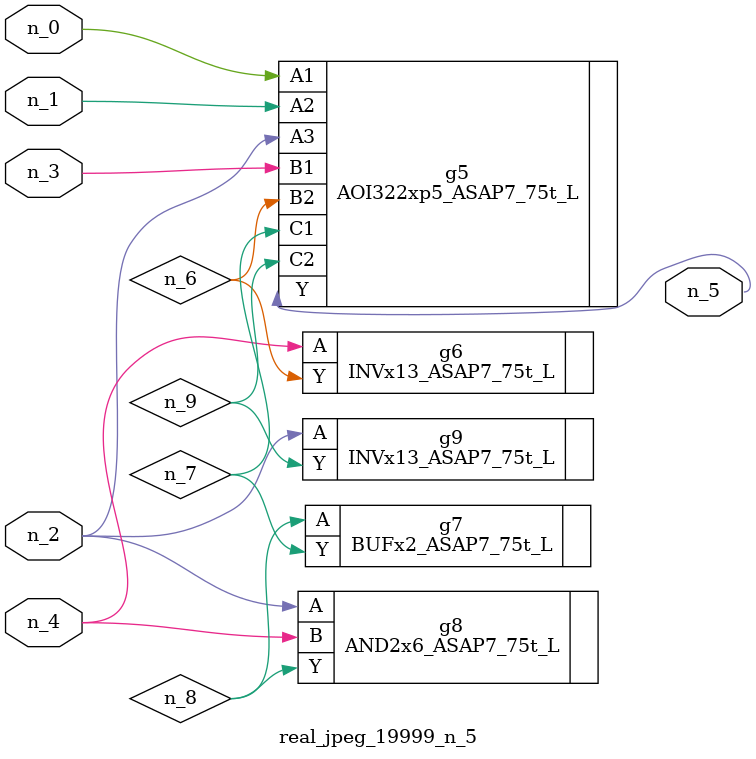
<source format=v>
module real_jpeg_19999_n_5 (n_4, n_0, n_1, n_2, n_3, n_5);

input n_4;
input n_0;
input n_1;
input n_2;
input n_3;

output n_5;

wire n_8;
wire n_6;
wire n_7;
wire n_9;

AOI322xp5_ASAP7_75t_L g5 ( 
.A1(n_0),
.A2(n_1),
.A3(n_2),
.B1(n_3),
.B2(n_6),
.C1(n_7),
.C2(n_9),
.Y(n_5)
);

AND2x6_ASAP7_75t_L g8 ( 
.A(n_2),
.B(n_4),
.Y(n_8)
);

INVx13_ASAP7_75t_L g9 ( 
.A(n_2),
.Y(n_9)
);

INVx13_ASAP7_75t_L g6 ( 
.A(n_4),
.Y(n_6)
);

BUFx2_ASAP7_75t_L g7 ( 
.A(n_8),
.Y(n_7)
);


endmodule
</source>
